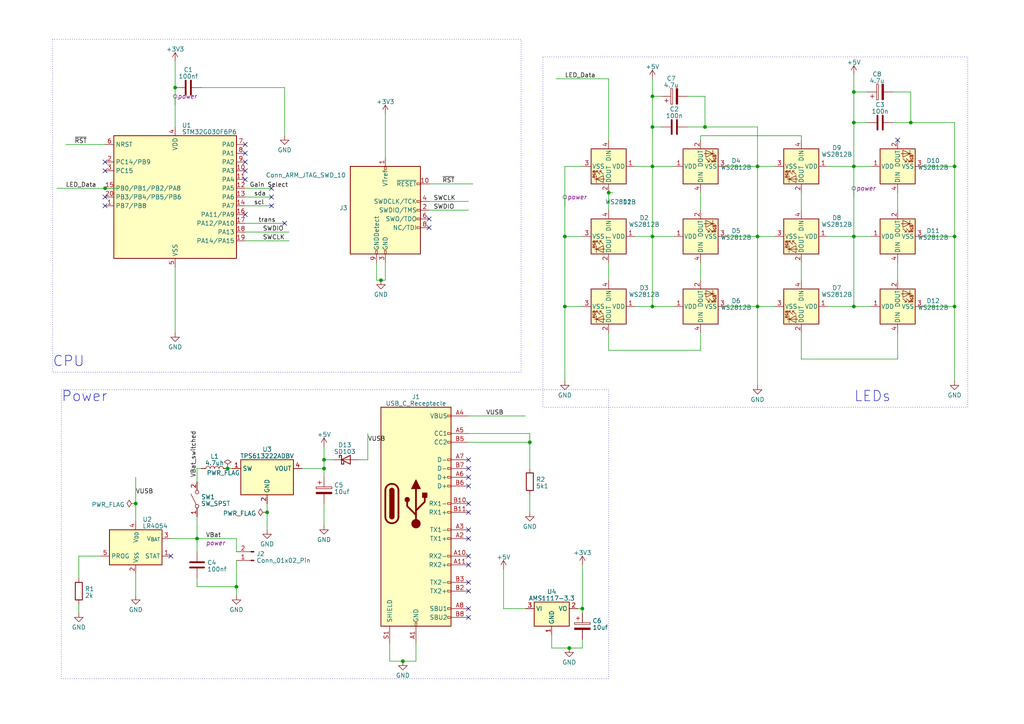
<source format=kicad_sch>
(kicad_sch (version 20230121) (generator eeschema)
  (paper "A4")
  (lib_symbols
    (symbol "Battery_Management:MCP73831-2-OT"
      (property "Reference" "U" (at -7.62 6.35 0))
      (property "Value" "MCP73831-2-OT" (at 1.27 6.35 0))
      (symbol "MCP73831-2-OT_0_1"
        (rectangle (start -7.62 5.08) (end 7.62 -5.08) (stroke (width 0.254)) (fill (type background)))
      )
      (symbol "MCP73831-2-OT_1_1"
        (pin output line (at 10.16 -2.54 180) (length 2.54) (name "STAT") (number "1"))
        (pin power_in line (at 0 -7.62 90) (length 2.54) (name "V_{SS}") (number "2"))
        (pin power_out line (at 10.16 2.54 180) (length 2.54) (name "V_{BAT}") (number "3"))
        (pin power_in line (at 0 7.62 270) (length 2.54) (name "V_{DD}") (number "4"))
        (pin input line (at -10.16 -2.54 0) (length 2.54) (name "PROG") (number "5"))
      )
    )
    (symbol "Connector:Conn_01x02_Pin" (pin_names (offset 1.016) hide)
      (property "Reference" "J" (at 0 2.54 0))
      (property "Value" "Conn_01x02_Pin" (at 0 -5.08 0))
      (symbol "Conn_01x02_Pin_1_1"
        (polyline (pts (xy 1.27 -2.54) (xy 0.8636 -2.54)) (stroke (width 0.1524)))
        (polyline (pts (xy 1.27 0) (xy 0.8636 0)) (stroke (width 0.1524)))
        (rectangle (start 0.8636 -2.413) (end 0 -2.667) (stroke (width 0.1524)) (fill (type outline)))
        (rectangle (start 0.8636 0.127) (end 0 -0.127) (stroke (width 0.1524)) (fill (type outline)))
        (pin passive line (at 5.08 0 180) (length 3.81) (name "Pin_1") (number "1"))
        (pin passive line (at 5.08 -2.54 180) (length 3.81) (name "Pin_2") (number "2"))
      )
    )
    (symbol "Connector:Conn_ARM_JTAG_SWD_10" (pin_names (offset 1.016))
      (property "Reference" "J" (at -2.54 16.51 0))
      (property "Value" "Conn_ARM_JTAG_SWD_10" (at -2.54 13.97 0))
      (symbol "Conn_ARM_JTAG_SWD_10_0_1"
        (rectangle (start -10.16 12.7) (end 10.16 -12.7) (stroke (width 0.254)) (fill (type background)))
        (rectangle (start -2.794 -12.7) (end -2.286 -11.684))
        (rectangle (start -0.254 -12.7) (end 0.254 -11.684))
        (rectangle (start -0.254 12.7) (end 0.254 11.684))
        (rectangle (start 9.144 2.286) (end 10.16 2.794))
        (rectangle (start 10.16 -2.794) (end 9.144 -2.286))
        (rectangle (start 10.16 -0.254) (end 9.144 0.254))
        (rectangle (start 10.16 7.874) (end 9.144 7.366))
      )
      (symbol "Conn_ARM_JTAG_SWD_10_1_1"
        (rectangle (start 9.144 -5.334) (end 10.16 -4.826))
        (pin power_in line (at 0 15.24 270) (length 2.54) (name "VTref") (number "1"))
        (pin open_collector line (at 12.7 7.62 180) (length 2.54) (name "~{RESET}") (number "10"))
        (pin bidirectional line (at 12.7 0 180) (length 2.54) (name "SWDIO/TMS") (number "2"))
        (pin power_in line (at 0 -15.24 90) (length 2.54) (name "GND") (number "3"))
        (pin output line (at 12.7 2.54 180) (length 2.54) (name "SWDCLK/TCK") (number "4"))
        (pin passive line (at 0 -15.24 90) (length 2.54) hide (name "GND") (number "5"))
        (pin input line (at 12.7 -2.54 180) (length 2.54) (name "SWO/TDO") (number "6"))
        (pin no_connect line (at -10.16 0 0) (length 2.54) hide (name "KEY") (number "7"))
        (pin output line (at 12.7 -5.08 180) (length 2.54) (name "NC/TDI") (number "8"))
        (pin passive line (at -2.54 -15.24 90) (length 2.54) (name "GNDDetect") (number "9"))
      )
    )
    (symbol "Connector:USB_C_Receptacle" (pin_names (offset 1.016))
      (property "Reference" "J" (at -10.16 29.21 0))
      (property "Value" "USB_C_Receptacle" (at 10.16 29.21 0))
      (symbol "USB_C_Receptacle_0_0"
        (rectangle (start -0.254 -35.56) (end 0.254 -34.544))
        (rectangle (start 10.16 -32.766) (end 9.144 -33.274))
        (rectangle (start 10.16 -30.226) (end 9.144 -30.734))
        (rectangle (start 10.16 -25.146) (end 9.144 -25.654))
        (rectangle (start 10.16 -22.606) (end 9.144 -23.114))
        (rectangle (start 10.16 -17.526) (end 9.144 -18.034))
        (rectangle (start 10.16 -14.986) (end 9.144 -15.494))
        (rectangle (start 10.16 -9.906) (end 9.144 -10.414))
        (rectangle (start 10.16 -7.366) (end 9.144 -7.874))
        (rectangle (start 10.16 -2.286) (end 9.144 -2.794))
        (rectangle (start 10.16 0.254) (end 9.144 -0.254))
        (rectangle (start 10.16 5.334) (end 9.144 4.826))
        (rectangle (start 10.16 7.874) (end 9.144 7.366))
        (rectangle (start 10.16 10.414) (end 9.144 9.906))
        (rectangle (start 10.16 12.954) (end 9.144 12.446))
        (rectangle (start 10.16 18.034) (end 9.144 17.526))
        (rectangle (start 10.16 20.574) (end 9.144 20.066))
        (rectangle (start 10.16 25.654) (end 9.144 25.146))
      )
      (symbol "USB_C_Receptacle_0_1"
        (rectangle (start -10.16 27.94) (end 10.16 -35.56) (stroke (width 0.254)) (fill (type background)))
        (arc (start -8.89 -3.81) (mid -6.985 -5.7067) (end -5.08 -3.81) (stroke (width 0.508)))
        (arc (start -7.62 -3.81) (mid -6.985 -4.4423) (end -6.35 -3.81) (stroke (width 0.254)))
        (arc (start -7.62 -3.81) (mid -6.985 -4.4423) (end -6.35 -3.81) (stroke (width 0.254)) (fill (type outline)))
        (rectangle (start -7.62 -3.81) (end -6.35 3.81) (stroke (width 0.254)) (fill (type outline)))
        (arc (start -6.35 3.81) (mid -6.985 4.4423) (end -7.62 3.81) (stroke (width 0.254)))
        (arc (start -6.35 3.81) (mid -6.985 4.4423) (end -7.62 3.81) (stroke (width 0.254)) (fill (type outline)))
        (arc (start -5.08 3.81) (mid -6.985 5.7067) (end -8.89 3.81) (stroke (width 0.508)))
        (polyline (pts (xy -8.89 -3.81) (xy -8.89 3.81)) (stroke (width 0.508)))
        (polyline (pts (xy -5.08 3.81) (xy -5.08 -3.81)) (stroke (width 0.508)))
      )
      (symbol "USB_C_Receptacle_1_1"
        (circle (center -2.54 1.143) (radius 0.635) (stroke (width 0.254)) (fill (type outline)))
        (circle (center 0 -5.842) (radius 1.27) (fill (type outline)))
        (polyline (pts (xy 0 -5.842) (xy 0 4.318)) (stroke (width 0.508)))
        (polyline (pts (xy 0 -3.302) (xy -2.54 -0.762) (xy -2.54 0.508)) (stroke (width 0.508)))
        (polyline (pts (xy 0 -2.032) (xy 2.54 0.508) (xy 2.54 1.778)) (stroke (width 0.508)))
        (polyline (pts (xy -1.27 4.318) (xy 0 6.858) (xy 1.27 4.318) (xy -1.27 4.318)) (stroke (width 0.254)) (fill (type outline)))
        (rectangle (start 1.905 1.778) (end 3.175 3.048) (stroke (width 0.254)) (fill (type outline)))
        (pin passive line (at 0 -40.64 90) (length 5.08) (name "GND") (number "A1"))
        (pin bidirectional line (at 15.24 -15.24 180) (length 5.08) (name "RX2-") (number "A10"))
        (pin bidirectional line (at 15.24 -17.78 180) (length 5.08) (name "RX2+") (number "A11"))
        (pin passive line (at 0 -40.64 90) (length 5.08) hide (name "GND") (number "A12"))
        (pin bidirectional line (at 15.24 -10.16 180) (length 5.08) (name "TX1+") (number "A2"))
        (pin bidirectional line (at 15.24 -7.62 180) (length 5.08) (name "TX1-") (number "A3"))
        (pin passive line (at 15.24 25.4 180) (length 5.08) (name "VBUS") (number "A4"))
        (pin bidirectional line (at 15.24 20.32 180) (length 5.08) (name "CC1") (number "A5"))
        (pin bidirectional line (at 15.24 7.62 180) (length 5.08) (name "D+") (number "A6"))
        (pin bidirectional line (at 15.24 12.7 180) (length 5.08) (name "D-") (number "A7"))
        (pin bidirectional line (at 15.24 -30.48 180) (length 5.08) (name "SBU1") (number "A8"))
        (pin passive line (at 15.24 25.4 180) (length 5.08) hide (name "VBUS") (number "A9"))
        (pin passive line (at 0 -40.64 90) (length 5.08) hide (name "GND") (number "B1"))
        (pin bidirectional line (at 15.24 0 180) (length 5.08) (name "RX1-") (number "B10"))
        (pin bidirectional line (at 15.24 -2.54 180) (length 5.08) (name "RX1+") (number "B11"))
        (pin passive line (at 0 -40.64 90) (length 5.08) hide (name "GND") (number "B12"))
        (pin bidirectional line (at 15.24 -25.4 180) (length 5.08) (name "TX2+") (number "B2"))
        (pin bidirectional line (at 15.24 -22.86 180) (length 5.08) (name "TX2-") (number "B3"))
        (pin passive line (at 15.24 25.4 180) (length 5.08) hide (name "VBUS") (number "B4"))
        (pin bidirectional line (at 15.24 17.78 180) (length 5.08) (name "CC2") (number "B5"))
        (pin bidirectional line (at 15.24 5.08 180) (length 5.08) (name "D+") (number "B6"))
        (pin bidirectional line (at 15.24 10.16 180) (length 5.08) (name "D-") (number "B7"))
        (pin bidirectional line (at 15.24 -33.02 180) (length 5.08) (name "SBU2") (number "B8"))
        (pin passive line (at 15.24 25.4 180) (length 5.08) hide (name "VBUS") (number "B9"))
        (pin passive line (at -7.62 -40.64 90) (length 5.08) (name "SHIELD") (number "S1"))
      )
    )
    (symbol "Device:C" (pin_numbers hide) (pin_names (offset 0.254))
      (property "Reference" "C" (at 0.635 2.54 0))
      (property "Value" "C" (at 0.635 -2.54 0))
      (symbol "C_0_1"
        (polyline (pts (xy -2.032 -0.762) (xy 2.032 -0.762)) (stroke (width 0.508)))
        (polyline (pts (xy -2.032 0.762) (xy 2.032 0.762)) (stroke (width 0.508)))
      )
      (symbol "C_1_1"
        (pin passive line (at 0 3.81 270) (length 2.794) (name "~") (number "1"))
        (pin passive line (at 0 -3.81 90) (length 2.794) (name "~") (number "2"))
      )
    )
    (symbol "Device:C_Polarized" (pin_numbers hide) (pin_names (offset 0.254))
      (property "Reference" "C" (at 0.635 2.54 0))
      (property "Value" "C_Polarized" (at 0.635 -2.54 0))
      (symbol "C_Polarized_0_1"
        (rectangle (start -2.286 0.508) (end 2.286 1.016))
        (polyline (pts (xy -1.778 2.286) (xy -0.762 2.286)))
        (polyline (pts (xy -1.27 2.794) (xy -1.27 1.778)))
        (rectangle (start 2.286 -0.508) (end -2.286 -1.016) (fill (type outline)))
      )
      (symbol "C_Polarized_1_1"
        (pin passive line (at 0 3.81 270) (length 2.794) (name "~") (number "1"))
        (pin passive line (at 0 -3.81 90) (length 2.794) (name "~") (number "2"))
      )
    )
    (symbol "Device:D_Schottky" (pin_numbers hide) (pin_names (offset 1.016) hide)
      (property "Reference" "D" (at 0 2.54 0))
      (property "Value" "D_Schottky" (at 0 -2.54 0))
      (symbol "D_Schottky_0_1"
        (polyline (pts (xy 1.27 0) (xy -1.27 0)))
        (polyline (pts (xy 1.27 1.27) (xy 1.27 -1.27) (xy -1.27 0) (xy 1.27 1.27)) (stroke (width 0.254)))
        (polyline (pts (xy -1.905 0.635) (xy -1.905 1.27) (xy -1.27 1.27) (xy -1.27 -1.27) (xy -0.635 -1.27) (xy -0.635 -0.635)) (stroke (width 0.254)))
      )
      (symbol "D_Schottky_1_1"
        (pin passive line (at -3.81 0 0) (length 2.54) (name "K") (number "1"))
        (pin passive line (at 3.81 0 180) (length 2.54) (name "A") (number "2"))
      )
    )
    (symbol "Device:L" (pin_numbers hide) (pin_names (offset 1.016) hide)
      (property "Reference" "L" (at -1.27 0 90))
      (property "Value" "L" (at 1.905 0 90))
      (symbol "L_0_1"
        (arc (start 0 -2.54) (mid 0.6323 -1.905) (end 0 -1.27))
        (arc (start 0 -1.27) (mid 0.6323 -0.635) (end 0 0))
        (arc (start 0 0) (mid 0.6323 0.635) (end 0 1.27))
        (arc (start 0 1.27) (mid 0.6323 1.905) (end 0 2.54))
      )
      (symbol "L_1_1"
        (pin passive line (at 0 3.81 270) (length 1.27) (name "1") (number "1"))
        (pin passive line (at 0 -3.81 90) (length 1.27) (name "2") (number "2"))
      )
    )
    (symbol "Device:R" (pin_numbers hide) (pin_names (offset 0))
      (property "Reference" "R" (at 2.032 0 90))
      (property "Value" "R" (at 0 0 90))
      (symbol "R_0_1"
        (rectangle (start -1.016 -2.54) (end 1.016 2.54) (stroke (width 0.254)))
      )
      (symbol "R_1_1"
        (pin passive line (at 0 3.81 270) (length 1.27) (name "~") (number "1"))
        (pin passive line (at 0 -3.81 90) (length 1.27) (name "~") (number "2"))
      )
    )
    (symbol "LED:WS2812B" (pin_names (offset 0.254))
      (property "Reference" "D" (at 5.08 5.715 0))
      (property "Value" "WS2812B" (at 1.27 -5.715 0))
      (symbol "WS2812B_0_0"
        (text "RGB" (at 2.286 -4.191 0) (effects (font (size 0.762 0.762))))
      )
      (symbol "WS2812B_0_1"
        (polyline (pts (xy 1.27 -3.556) (xy 1.778 -3.556)))
        (polyline (pts (xy 1.27 -2.54) (xy 1.778 -2.54)))
        (polyline (pts (xy 4.699 -3.556) (xy 2.667 -3.556)))
        (polyline (pts (xy 2.286 -2.54) (xy 1.27 -3.556) (xy 1.27 -3.048)))
        (polyline (pts (xy 2.286 -1.524) (xy 1.27 -2.54) (xy 1.27 -2.032)))
        (polyline (pts (xy 3.683 -1.016) (xy 3.683 -3.556) (xy 3.683 -4.064)))
        (polyline (pts (xy 4.699 -1.524) (xy 2.667 -1.524) (xy 3.683 -3.556) (xy 4.699 -1.524)))
        (rectangle (start 5.08 5.08) (end -5.08 -5.08) (stroke (width 0.254)) (fill (type background)))
      )
      (symbol "WS2812B_1_1"
        (pin power_in line (at 0 7.62 270) (length 2.54) (name "VDD") (number "1"))
        (pin output line (at 7.62 0 180) (length 2.54) (name "DOUT") (number "2"))
        (pin power_in line (at 0 -7.62 90) (length 2.54) (name "VSS") (number "3"))
        (pin input line (at -7.62 0 0) (length 2.54) (name "DIN") (number "4"))
      )
    )
    (symbol "MCU_ST_STM32G0:STM32G030F6Px"
      (property "Reference" "U" (at -17.78 19.05 0))
      (property "Value" "STM32G030F6Px" (at 2.54 19.05 0))
      (symbol "STM32G030F6Px_0_1"
        (rectangle (start -17.78 -17.78) (end 17.78 17.78) (stroke (width 0.254)) (fill (type background)))
      )
      (symbol "STM32G030F6Px_1_1"
        (pin bidirectional line (at -20.32 -2.54 0) (length 2.54) (name "PB7/PB8") (number "1"))
        (pin bidirectional line (at 20.32 7.62 180) (length 2.54) (name "PA3") (number "10"))
        (pin bidirectional line (at 20.32 5.08 180) (length 2.54) (name "PA4") (number "11"))
        (pin bidirectional line (at 20.32 2.54 180) (length 2.54) (name "PA5") (number "12"))
        (pin bidirectional line (at 20.32 0 180) (length 2.54) (name "PA6") (number "13"))
        (pin bidirectional line (at 20.32 -2.54 180) (length 2.54) (name "PA7") (number "14"))
        (pin bidirectional line (at -20.32 2.54 0) (length 2.54) (name "PB0/PB1/PB2/PA8") (number "15"))
        (pin bidirectional line (at 20.32 -5.08 180) (length 2.54) (name "PA11/PA9") (number "16"))
        (pin bidirectional line (at 20.32 -7.62 180) (length 2.54) (name "PA12/PA10") (number "17"))
        (pin bidirectional line (at 20.32 -10.16 180) (length 2.54) (name "PA13") (number "18"))
        (pin bidirectional line (at 20.32 -12.7 180) (length 2.54) (name "PA14/PA15") (number "19"))
        (pin bidirectional line (at -20.32 10.16 0) (length 2.54) (name "PC14/PB9") (number "2"))
        (pin bidirectional line (at -20.32 0 0) (length 2.54) (name "PB3/PB4/PB5/PB6") (number "20"))
        (pin bidirectional line (at -20.32 7.62 0) (length 2.54) (name "PC15") (number "3"))
        (pin power_in line (at 0 20.32 270) (length 2.54) (name "VDD") (number "4"))
        (pin power_in line (at 0 -20.32 90) (length 2.54) (name "VSS") (number "5"))
        (pin input line (at -20.32 15.24 0) (length 2.54) (name "NRST") (number "6"))
        (pin bidirectional line (at 20.32 15.24 180) (length 2.54) (name "PA0") (number "7"))
        (pin bidirectional line (at 20.32 12.7 180) (length 2.54) (name "PA1") (number "8"))
        (pin bidirectional line (at 20.32 10.16 180) (length 2.54) (name "PA2") (number "9"))
      )
    )
    (symbol "Regulator_Linear:AMS1117-3.3"
      (property "Reference" "U" (at -3.81 3.175 0))
      (property "Value" "AMS1117-3.3" (at 0 3.175 0))
      (symbol "AMS1117-3.3_0_1"
        (rectangle (start -5.08 -5.08) (end 5.08 1.905) (stroke (width 0.254)) (fill (type background)))
      )
      (symbol "AMS1117-3.3_1_1"
        (pin power_in line (at 0 -7.62 90) (length 2.54) (name "GND") (number "1"))
        (pin power_out line (at 7.62 0 180) (length 2.54) (name "VO") (number "2"))
        (pin power_in line (at -7.62 0 0) (length 2.54) (name "VI") (number "3"))
      )
    )
    (symbol "Regulator_Switching:TPS613222ADBV"
      (property "Reference" "U" (at -7.62 6.35 0))
      (property "Value" "TPS613222ADBV" (at 2.54 6.35 0))
      (symbol "TPS613222ADBV_0_1"
        (rectangle (start -7.62 5.08) (end 7.62 -5.08) (stroke (width 0.254)) (fill (type background)))
      )
      (symbol "TPS613222ADBV_1_1"
        (pin power_in line (at -10.16 2.54 0) (length 2.54) (name "SW") (number "1"))
        (pin power_in line (at 0 -7.62 90) (length 2.54) (name "GND") (number "2"))
        (pin no_connect line (at -7.62 -2.54 0) (length 2.54) hide (name "NC") (number "3"))
        (pin power_out line (at 10.16 2.54 180) (length 2.54) (name "VOUT") (number "4"))
        (pin no_connect line (at 7.62 -2.54 180) (length 2.54) hide (name "NC") (number "5"))
      )
    )
    (symbol "Switch:SW_SPST" (pin_names (offset 0) hide)
      (property "Reference" "SW" (at 0 3.175 0))
      (property "Value" "SW_SPST" (at 0 -2.54 0))
      (symbol "SW_SPST_0_0"
        (circle (center -2.032 0) (radius 0.508))
        (polyline (pts (xy -1.524 0.254) (xy 1.524 1.778)))
        (circle (center 2.032 0) (radius 0.508))
      )
      (symbol "SW_SPST_1_1"
        (pin passive line (at -5.08 0 0) (length 2.54) (name "A") (number "1"))
        (pin passive line (at 5.08 0 180) (length 2.54) (name "B") (number "2"))
      )
    )
    (symbol "power:+3V3" (power) (pin_names (offset 0))
      (property "Value" "+3V3" (at 0 3.556 0))
      (symbol "+3V3_0_1"
        (polyline (pts (xy -0.762 1.27) (xy 0 2.54)))
        (polyline (pts (xy 0 0) (xy 0 2.54)))
        (polyline (pts (xy 0 2.54) (xy 0.762 1.27)))
      )
      (symbol "+3V3_1_1"
        (pin power_in line (at 0 0 90) (length 0) hide (name "+3V3") (number "1"))
      )
    )
    (symbol "power:+5V" (power) (pin_names (offset 0))
      (property "Value" "+5V" (at 0 3.556 0))
      (symbol "+5V_0_1"
        (polyline (pts (xy -0.762 1.27) (xy 0 2.54)))
        (polyline (pts (xy 0 0) (xy 0 2.54)))
        (polyline (pts (xy 0 2.54) (xy 0.762 1.27)))
      )
      (symbol "+5V_1_1"
        (pin power_in line (at 0 0 90) (length 0) hide (name "+5V") (number "1"))
      )
    )
    (symbol "power:GND" (power) (pin_names (offset 0))
      (property "Value" "GND" (at 0 -3.81 0))
      (symbol "GND_0_1"
        (polyline (pts (xy 0 0) (xy 0 -1.27) (xy 1.27 -1.27) (xy 0 -2.54) (xy -1.27 -1.27) (xy 0 -1.27)))
      )
      (symbol "GND_1_1"
        (pin power_in line (at 0 0 270) (length 0) hide (name "GND") (number "1"))
      )
    )
    (symbol "power:PWR_FLAG" (power) (pin_numbers hide) (pin_names (offset 0) hide)
      (property "Value" "PWR_FLAG" (at 0 3.81 0))
      (symbol "PWR_FLAG_0_0"
        (pin power_out line (at 0 0 90) (length 0) (name "pwr") (number "1"))
      )
      (symbol "PWR_FLAG_0_1"
        (polyline (pts (xy 0 0) (xy 0 1.27) (xy -1.016 1.905) (xy 0 2.54) (xy 1.016 1.905) (xy 0 1.27)))
      )
    )
  )
  (junction (at 204.47 36.83))
  (junction (at 189.23 36.83))
  (junction (at 219.71 48.26))
  (junction (at 153.67 128.27))
  (junction (at 68.58 170.18))
  (junction (at 165.1 187.96))
  (junction (at 39.37 146.05))
  (junction (at 189.23 88.9))
  (junction (at 247.65 88.9))
  (junction (at 189.23 68.58))
  (junction (at 93.98 135.89))
  (junction (at 189.23 27.94))
  (junction (at 219.71 88.9))
  (junction (at 276.86 88.9))
  (junction (at 93.98 133.35))
  (junction (at 163.83 68.58))
  (junction (at 110.49 81.28))
  (junction (at 168.91 176.53))
  (junction (at 247.65 35.56))
  (junction (at 276.86 48.26))
  (junction (at 30.48 54.61))
  (junction (at 189.23 48.26))
  (junction (at 57.15 156.21))
  (junction (at 66.04 135.89))
  (junction (at 219.71 68.58))
  (junction (at 50.8 25.4))
  (junction (at 163.83 88.9))
  (junction (at 264.16 35.56))
  (junction (at 77.47 148.59))
  (junction (at 116.84 191.77))
  (junction (at 247.65 68.58))
  (junction (at 176.53 55.88))
  (junction (at 247.65 48.26))
  (junction (at 276.86 68.58))
  (junction (at 247.65 26.67))
  (no_connect (at 78.74 57.15))
  (no_connect (at 49.53 161.29))
  (no_connect (at 71.12 49.53))
  (no_connect (at 260.35 40.64))
  (no_connect (at 30.48 59.69))
  (no_connect (at 78.74 54.61))
  (no_connect (at 71.12 44.45))
  (no_connect (at 135.89 156.21))
  (no_connect (at 135.89 171.45))
  (no_connect (at 30.48 49.53))
  (no_connect (at 135.89 148.59))
  (no_connect (at 30.48 46.99))
  (no_connect (at 30.48 57.15))
  (no_connect (at 135.89 146.05))
  (no_connect (at 78.74 59.69))
  (no_connect (at 135.89 153.67))
  (no_connect (at 71.12 52.07))
  (no_connect (at 135.89 140.97))
  (no_connect (at 135.89 135.89))
  (no_connect (at 71.12 62.23))
  (no_connect (at 135.89 176.53))
  (no_connect (at 124.46 63.5))
  (no_connect (at 135.89 161.29))
  (no_connect (at 71.12 41.91))
  (no_connect (at 135.89 133.35))
  (no_connect (at 135.89 168.91))
  (no_connect (at 82.55 64.77))
  (no_connect (at 135.89 163.83))
  (no_connect (at 135.89 138.43))
  (no_connect (at 135.89 179.07))
  (no_connect (at 124.46 66.04))
  (no_connect (at 71.12 46.99))
  (wire (pts (xy 210.82 88.9) (xy 219.71 88.9)))
  (wire (pts (xy 247.65 88.9) (xy 252.73 88.9)))
  (wire (pts (xy 259.08 35.56) (xy 264.16 35.56)))
  (wire (pts (xy 176.53 55.88) (xy 176.53 60.96)))
  (wire (pts (xy 247.65 26.67) (xy 247.65 35.56)))
  (wire (pts (xy 219.71 68.58) (xy 224.79 68.58)))
  (wire (pts (xy 111.76 33.02) (xy 111.76 45.72)))
  (wire (pts (xy 93.98 133.35) (xy 93.98 135.89)))
  (wire (pts (xy 232.41 39.37) (xy 232.41 40.64)))
  (wire (pts (xy 57.15 135.89) (xy 58.42 135.89)))
  (wire (pts (xy 153.67 128.27) (xy 153.67 135.89)))
  (wire (pts (xy 93.98 135.89) (xy 93.98 138.43)))
  (wire (pts (xy 219.71 88.9) (xy 219.71 111.76)))
  (wire (pts (xy 82.55 25.4) (xy 82.55 39.37)))
  (wire (pts (xy 163.83 88.9) (xy 168.91 88.9)))
  (wire (pts (xy 16.51 54.61) (xy 30.48 54.61)))
  (wire (pts (xy 50.8 25.4) (xy 50.8 36.83)))
  (wire (pts (xy 152.4 176.53) (xy 146.05 176.53)))
  (wire (pts (xy 184.15 48.26) (xy 189.23 48.26)))
  (wire (pts (xy 210.82 48.26) (xy 219.71 48.26)))
  (wire (pts (xy 87.63 135.89) (xy 93.98 135.89)))
  (wire (pts (xy 176.53 76.2) (xy 176.53 81.28)))
  (wire (pts (xy 276.86 48.26) (xy 276.86 68.58)))
  (wire (pts (xy 189.23 68.58) (xy 195.58 68.58)))
  (wire (pts (xy 232.41 76.2) (xy 232.41 81.28)))
  (wire (pts (xy 168.91 176.53) (xy 168.91 163.83)))
  (wire (pts (xy 120.65 186.69) (xy 120.65 191.77)))
  (wire (pts (xy 163.83 48.26) (xy 163.83 68.58)))
  (wire (pts (xy 264.16 35.56) (xy 276.86 35.56)))
  (wire (pts (xy 232.41 55.88) (xy 232.41 60.96)))
  (wire (pts (xy 124.46 60.96) (xy 135.89 60.96)))
  (wire (pts (xy 189.23 22.86) (xy 189.23 27.94)))
  (wire (pts (xy 68.58 162.56) (xy 68.58 170.18)))
  (wire (pts (xy 93.98 129.54) (xy 93.98 133.35)))
  (wire (pts (xy 176.53 40.64) (xy 176.53 22.86)))
  (wire (pts (xy 146.05 165.1) (xy 146.05 176.53)))
  (wire (pts (xy 240.03 48.26) (xy 247.65 48.26)))
  (wire (pts (xy 71.12 57.15) (xy 78.74 57.15)))
  (wire (pts (xy 189.23 27.94) (xy 191.77 27.94)))
  (wire (pts (xy 232.41 104.14) (xy 260.35 104.14)))
  (wire (pts (xy 260.35 76.2) (xy 260.35 81.28)))
  (wire (pts (xy 264.16 26.67) (xy 264.16 35.56)))
  (wire (pts (xy 135.89 120.65) (xy 152.4 120.65)))
  (wire (pts (xy 259.08 26.67) (xy 264.16 26.67)))
  (wire (pts (xy 29.21 161.29) (xy 22.86 161.29)))
  (wire (pts (xy 124.46 58.42) (xy 135.89 58.42)))
  (wire (pts (xy 57.15 170.18) (xy 68.58 170.18)))
  (wire (pts (xy 247.65 48.26) (xy 247.65 68.58)))
  (wire (pts (xy 168.91 187.96) (xy 165.1 187.96)))
  (wire (pts (xy 247.65 21.59) (xy 247.65 26.67)))
  (wire (pts (xy 189.23 68.58) (xy 189.23 88.9)))
  (wire (pts (xy 240.03 88.9) (xy 247.65 88.9)))
  (wire (pts (xy 106.68 125.73) (xy 106.68 133.35)))
  (wire (pts (xy 267.97 48.26) (xy 276.86 48.26)))
  (wire (pts (xy 57.15 149.86) (xy 57.15 156.21)))
  (wire (pts (xy 116.84 191.77) (xy 120.65 191.77)))
  (wire (pts (xy 240.03 68.58) (xy 247.65 68.58)))
  (wire (pts (xy 267.97 68.58) (xy 276.86 68.58)))
  (wire (pts (xy 71.12 69.85) (xy 83.82 69.85)))
  (wire (pts (xy 168.91 48.26) (xy 163.83 48.26)))
  (wire (pts (xy 168.91 176.53) (xy 167.64 176.53)))
  (wire (pts (xy 210.82 68.58) (xy 219.71 68.58)))
  (wire (pts (xy 232.41 96.52) (xy 232.41 104.14)))
  (wire (pts (xy 71.12 64.77) (xy 82.55 64.77)))
  (wire (pts (xy 247.65 26.67) (xy 251.46 26.67)))
  (wire (pts (xy 160.02 187.96) (xy 160.02 184.15)))
  (wire (pts (xy 39.37 166.37) (xy 39.37 172.72)))
  (wire (pts (xy 199.39 27.94) (xy 204.47 27.94)))
  (wire (pts (xy 184.15 68.58) (xy 189.23 68.58)))
  (wire (pts (xy 57.15 156.21) (xy 68.58 156.21)))
  (wire (pts (xy 276.86 88.9) (xy 276.86 110.49)))
  (wire (pts (xy 219.71 88.9) (xy 224.79 88.9)))
  (wire (pts (xy 135.89 125.73) (xy 153.67 125.73)))
  (wire (pts (xy 111.76 76.2) (xy 111.76 81.28)))
  (wire (pts (xy 168.91 176.53) (xy 168.91 177.8)))
  (wire (pts (xy 163.83 68.58) (xy 163.83 88.9)))
  (wire (pts (xy 203.2 39.37) (xy 232.41 39.37)))
  (wire (pts (xy 247.65 68.58) (xy 247.65 88.9)))
  (wire (pts (xy 203.2 40.64) (xy 203.2 39.37)))
  (wire (pts (xy 189.23 88.9) (xy 195.58 88.9)))
  (wire (pts (xy 163.83 68.58) (xy 168.91 68.58)))
  (wire (pts (xy 71.12 59.69) (xy 78.74 59.69)))
  (wire (pts (xy 66.04 135.89) (xy 67.31 135.89)))
  (wire (pts (xy 34.29 54.61) (xy 30.48 54.61)))
  (wire (pts (xy 204.47 36.83) (xy 219.71 36.83)))
  (wire (pts (xy 260.35 60.96) (xy 260.35 55.88)))
  (wire (pts (xy 176.53 101.6) (xy 203.2 101.6)))
  (wire (pts (xy 22.86 175.26) (xy 22.86 177.8)))
  (wire (pts (xy 203.2 101.6) (xy 203.2 96.52)))
  (wire (pts (xy 177.8 55.88) (xy 176.53 55.88)))
  (wire (pts (xy 109.22 81.28) (xy 110.49 81.28)))
  (wire (pts (xy 93.98 133.35) (xy 96.52 133.35)))
  (wire (pts (xy 189.23 48.26) (xy 195.58 48.26)))
  (wire (pts (xy 104.14 133.35) (xy 106.68 133.35)))
  (wire (pts (xy 199.39 36.83) (xy 204.47 36.83)))
  (wire (pts (xy 247.65 68.58) (xy 252.73 68.58)))
  (wire (pts (xy 110.49 81.28) (xy 111.76 81.28)))
  (wire (pts (xy 204.47 27.94) (xy 204.47 36.83)))
  (wire (pts (xy 124.46 53.34) (xy 137.16 53.34)))
  (wire (pts (xy 267.97 88.9) (xy 276.86 88.9)))
  (wire (pts (xy 57.15 156.21) (xy 57.15 160.02)))
  (wire (pts (xy 189.23 48.26) (xy 189.23 68.58)))
  (wire (pts (xy 39.37 146.05) (xy 39.37 151.13)))
  (wire (pts (xy 184.15 88.9) (xy 189.23 88.9)))
  (wire (pts (xy 153.67 125.73) (xy 153.67 128.27)))
  (wire (pts (xy 276.86 35.56) (xy 276.86 48.26)))
  (wire (pts (xy 50.8 17.78) (xy 50.8 25.4)))
  (wire (pts (xy 22.86 161.29) (xy 22.86 167.64)))
  (wire (pts (xy 247.65 35.56) (xy 251.46 35.56)))
  (wire (pts (xy 219.71 48.26) (xy 224.79 48.26)))
  (wire (pts (xy 113.03 186.69) (xy 113.03 191.77)))
  (wire (pts (xy 50.8 77.47) (xy 50.8 96.52)))
  (wire (pts (xy 57.15 135.89) (xy 57.15 139.7)))
  (wire (pts (xy 77.47 146.05) (xy 77.47 148.59)))
  (wire (pts (xy 203.2 81.28) (xy 203.2 76.2)))
  (wire (pts (xy 93.98 146.05) (xy 93.98 152.4)))
  (wire (pts (xy 219.71 68.58) (xy 219.71 88.9)))
  (wire (pts (xy 276.86 68.58) (xy 276.86 88.9)))
  (wire (pts (xy 247.65 35.56) (xy 247.65 48.26)))
  (wire (pts (xy 219.71 36.83) (xy 219.71 48.26)))
  (wire (pts (xy 163.83 88.9) (xy 163.83 110.49)))
  (wire (pts (xy 189.23 36.83) (xy 191.77 36.83)))
  (wire (pts (xy 71.12 67.31) (xy 83.82 67.31)))
  (wire (pts (xy 153.67 143.51) (xy 153.67 148.59)))
  (wire (pts (xy 58.42 25.4) (xy 82.55 25.4)))
  (wire (pts (xy 260.35 104.14) (xy 260.35 96.52)))
  (wire (pts (xy 19.05 41.91) (xy 30.48 41.91)))
  (wire (pts (xy 71.12 54.61) (xy 78.74 54.61)))
  (wire (pts (xy 247.65 48.26) (xy 252.73 48.26)))
  (wire (pts (xy 189.23 36.83) (xy 189.23 48.26)))
  (wire (pts (xy 68.58 156.21) (xy 68.58 160.02)))
  (wire (pts (xy 135.89 128.27) (xy 153.67 128.27)))
  (wire (pts (xy 49.53 156.21) (xy 57.15 156.21)))
  (wire (pts (xy 77.47 148.59) (xy 77.47 153.67)))
  (wire (pts (xy 161.29 22.86) (xy 176.53 22.86)))
  (wire (pts (xy 68.58 170.18) (xy 68.58 172.72)))
  (wire (pts (xy 39.37 138.43) (xy 39.37 146.05)))
  (wire (pts (xy 168.91 185.42) (xy 168.91 187.96)))
  (wire (pts (xy 109.22 76.2) (xy 109.22 81.28)))
  (wire (pts (xy 165.1 187.96) (xy 160.02 187.96)))
  (wire (pts (xy 189.23 27.94) (xy 189.23 36.83)))
  (wire (pts (xy 113.03 191.77) (xy 116.84 191.77)))
  (wire (pts (xy 57.15 167.64) (xy 57.15 170.18)))
  (wire (pts (xy 203.2 55.88) (xy 203.2 60.96)))
  (wire (pts (xy 176.53 96.52) (xy 176.53 101.6)))
  (wire (pts (xy 219.71 48.26) (xy 219.71 68.58)))
  (rectangle (start 157.48 16.51) (end 280.67 118.11) (stroke (width 0) (type dot)))
  (rectangle (start 15.24 11.43) (end 151.13 107.95) (stroke (width 0) (type dot)))
  (rectangle (start 17.78 113.03) (end 176.53 196.85) (stroke (width 0) (type dot)))
  (text "Power" (at 17.78 116.84 0) (effects (font (size 3 3)) (justify left bottom)))
  (text "CPU" (at 15.24 106.68 0) (effects (font (size 3 3)) (justify left bottom)))
  (text "LEDs" (at 247.65 116.84 0) (effects (font (size 3 3)) (justify left bottom)))
  (label "SWDIO" (at 125.73 60.96 0))
  (label "VUSB" (at 140.97 120.65 0))
  (label "SWCLK" (at 125.73 58.42 0))
  (label "~{RST}" (at 128.27 53.34 0))
  (label "Gain Select" (at 72.39 54.61 0))
  (label "~{RST}" (at 21.59 41.91 0))
  (label "LED_Data" (at 19.05 54.61 0))
  (label "LED_Data" (at 163.83 22.86 0))
  (label "scl" (at 73.66 59.69 0))
  (label "sda" (at 73.66 57.15 0))
  (label "trans" (at 74.93 64.77 0))
  (label "VBat_switched" (at 57.15 138.43 90))
  (label "VUSB" (at 39.37 143.51 0))
  (label "SWCLK" (at 76.2 69.85 0))
  (label "VBat" (at 59.69 156.21 0) (property "Netclass" "power" (at 59.69 157.48 0) (effects (font italic) (justify left))))
  (label "SWDIO" (at 76.2 67.31 0))
  (label "VUSB" (at 106.68 128.27 0))
  (netclass_flag "" (length 2.54) (shape round) (at 163.83 59.69 0) (property "Netclass" "power" (at 164.5285 57.15 0) (effects (font italic) (justify left))))
  (netclass_flag "" (length 2.54) (shape round) (at 247.65 57.15 0) (property "Netclass" "power" (at 248.3485 54.61 0) (effects (font italic) (justify left))))
  (netclass_flag "" (length 2.54) (shape round) (at 50.8 30.48 0) (property "Netclass" "power" (at 51.4985 27.94 0) (effects (font italic) (justify left))))
  (symbol (lib_id "power:GND") (at 116.84 191.77 0) (unit 1)
    (property "Reference" "#PWR011" (effects hide))
    (property "Value" "GND" (at 116.84 195.9055 0))
  )
  (symbol (lib_id "power:GND") (at 77.47 153.67 0) (unit 1)
    (property "Reference" "#PWR013" (effects hide))
    (property "Value" "GND" (at 77.47 157.8055 0))
  )
  (symbol (lib_id "LED:WS2812B") (at 176.53 68.58 270) (unit 1)
    (property "Reference" "D2" (at 186.8279 63.1823 90))
    (property "Value" "WS2812B" (at 186.8279 65.1033 90))
    (property "Footprint" "LED_SMD:LED_WS2812B_PLCC4_5.0x5.0mm_P3.2mm" (effects hide))
    (property "Datasheet" "https://cdn-shop.adafruit.com/datasheets/WS2812B.pdf" (effects hide))
    (property "LCSC" "C114586" (effects hide))
    (property "LCSC Part" "C114586" (effects hide))
  )
  (symbol (lib_id "power:GND") (at 93.98 152.4 0) (unit 1)
    (property "Reference" "#PWR015" (effects hide))
    (property "Value" "GND" (at 93.98 156.5355 0))
  )
  (symbol (lib_id "power:GND") (at 68.58 172.72 0) (unit 1)
    (property "Reference" "#PWR09" (effects hide))
    (property "Value" "GND" (at 68.58 176.8555 0))
  )
  (symbol (lib_id "LED:WS2812B") (at 232.41 68.58 270) (unit 1)
    (property "Reference" "D8" (at 242.7079 63.1823 90))
    (property "Value" "WS2812B" (at 242.7079 65.1033 90))
    (property "Footprint" "LED_SMD:LED_WS2812B_PLCC4_5.0x5.0mm_P3.2mm" (effects hide))
    (property "Datasheet" "https://cdn-shop.adafruit.com/datasheets/WS2812B.pdf" (effects hide))
    (property "LCSC" "C114586" (effects hide))
    (property "LCSC Part" "C114586" (effects hide))
  )
  (symbol (lib_id "Device:C") (at 255.27 35.56 90) (unit 1)
    (property "Reference" "C3" (at 255.27 30.3911 90))
    (property "Value" "100n" (at 255.27 32.3121 90))
    (property "Footprint" "Capacitor_SMD:C_0603_1608Metric" (effects hide))
  )
  (symbol (lib_id "Connector:Conn_ARM_JTAG_SWD_10") (at 111.76 60.96 0) (unit 1)
    (property "Reference" "J3" (at 100.8381 60.3163 0) (effects (justify right)))
    (property "Value" "Conn_ARM_JTAG_SWD_10" (at 100.33 50.8 0) (effects (justify right)))
    (property "Footprint" "Connector_PinHeader_1.27mm:PinHeader_2x05_P1.27mm_Vertical_SMD" (effects hide))
    (property "Datasheet" "http://infocenter.arm.com/help/topic/com.arm.doc.ddi0314h/DDI0314H_coresight_components_trm.pdf" (effects hide))
    (property "LCSC Part" "C5160761" (effects hide))
    (property "LCSC" "C5160761" (effects hide))
  )
  (symbol (lib_id "power:GND") (at 22.86 177.8 0) (unit 1)
    (property "Reference" "#PWR012" (effects hide))
    (property "Value" "GND" (at 22.86 181.9355 0))
  )
  (symbol (lib_id "power:PWR_FLAG") (at 66.04 135.89 0) (unit 1)
    (property "Reference" "#FLG02" (effects hide))
    (property "Value" "PWR_FLAG" (at 64.77 137.16 0))
  )
  (symbol (lib_id "power:+3V3") (at 168.91 163.83 0) (unit 1)
    (property "Reference" "#PWR017" (effects hide))
    (property "Value" "+3V3" (at 168.91 160.3281 0))
  )
  (symbol (lib_id "power:+5V") (at 93.98 129.54 0) (unit 1)
    (property "Reference" "#PWR014" (effects hide))
    (property "Value" "+5V" (at 93.98 126.0381 0))
  )
  (symbol (lib_id "power:PWR_FLAG") (at 39.37 146.05 90) (unit 1)
    (property "Reference" "#FLG01" (effects hide))
    (property "Value" "PWR_FLAG" (at 36.1951 146.3668 90) (effects (justify left)))
  )
  (symbol (lib_id "power:GND") (at 165.1 187.96 0) (unit 1)
    (property "Reference" "#PWR018" (effects hide))
    (property "Value" "GND" (at 165.1 192.0955 0))
  )
  (symbol (lib_id "Device:C_Polarized") (at 93.98 142.24 0) (unit 1)
    (property "Reference" "C5" (at 96.901 140.7073 0) (effects (justify left)))
    (property "Value" "10uf" (at 96.901 142.6283 0) (effects (justify left)))
    (property "Footprint" "Capacitor_SMD:CP_Elec_5x3" (effects hide))
    (property "LCSC" "C249450" (effects hide))
    (property "LCSC Part" "C249450" (effects hide))
  )
  (symbol (lib_id "LED:WS2812B") (at 232.41 88.9 270) (unit 1)
    (property "Reference" "D7" (at 242.7079 83.5023 90))
    (property "Value" "WS2812B" (at 242.7079 85.4233 90))
    (property "Footprint" "LED_SMD:LED_WS2812B_PLCC4_5.0x5.0mm_P3.2mm" (effects hide))
    (property "Datasheet" "https://cdn-shop.adafruit.com/datasheets/WS2812B.pdf" (effects hide))
    (property "LCSC" "C114586" (effects hide))
    (property "LCSC Part" "C114586" (effects hide))
  )
  (symbol (lib_id "LED:WS2812B") (at 232.41 48.26 270) (unit 1)
    (property "Reference" "D9" (at 242.7079 42.8623 90))
    (property "Value" "WS2812B" (at 242.7079 44.7833 90))
    (property "Footprint" "LED_SMD:LED_WS2812B_PLCC4_5.0x5.0mm_P3.2mm" (effects hide))
    (property "Datasheet" "https://cdn-shop.adafruit.com/datasheets/WS2812B.pdf" (effects hide))
    (property "LCSC" "C114586" (effects hide))
    (property "LCSC Part" "C114586" (effects hide))
  )
  (symbol (lib_id "LED:WS2812B") (at 260.35 88.9 90) (unit 1)
    (property "Reference" "D12" (at 270.6479 87.2617 90))
    (property "Value" "WS2812B" (at 270.6479 89.1827 90))
    (property "Footprint" "LED_SMD:LED_WS2812B_PLCC4_5.0x5.0mm_P3.2mm" (effects hide))
    (property "Datasheet" "https://cdn-shop.adafruit.com/datasheets/WS2812B.pdf" (effects hide))
    (property "LCSC" "C114586" (effects hide))
    (property "LCSC Part" "C114586" (effects hide))
  )
  (symbol (lib_id "power:GND") (at 39.37 172.72 0) (unit 1)
    (property "Reference" "#PWR010" (effects hide))
    (property "Value" "GND" (at 39.37 176.8555 0))
  )
  (symbol (lib_id "power:PWR_FLAG") (at 77.47 148.59 90) (unit 1)
    (property "Reference" "#FLG03" (effects hide))
    (property "Value" "PWR_FLAG" (at 74.2951 148.9068 90) (effects (justify left)))
  )
  (symbol (lib_id "power:GND") (at 219.71 111.76 0) (unit 1)
    (property "Reference" "#PWR04" (effects hide))
    (property "Value" "GND" (at 219.71 115.8955 0))
  )
  (symbol (lib_id "Device:C") (at 54.61 25.4 90) (unit 1)
    (property "Reference" "C1" (at 54.61 20.2311 90))
    (property "Value" "100nf" (at 54.61 22.1521 90))
    (property "Footprint" "Capacitor_SMD:C_0603_1608Metric" (effects hide))
  )
  (symbol (lib_id "Regulator_Linear:AMS1117-3.3") (at 160.02 176.53 0) (unit 1)
    (property "Reference" "U4" (at 160.02 171.6151 0))
    (property "Value" "AMS1117-3.3" (at 160.02 173.5361 0))
    (property "Footprint" "Package_TO_SOT_SMD:SOT-89-3" (effects hide))
    (property "Datasheet" "http://www.advanced-monolithic.com/pdf/ds1117.pdf" (effects hide))
    (property "LCSC Part" "C2904742" (effects hide))
  )
  (symbol (lib_id "LED:WS2812B") (at 176.53 88.9 270) (unit 1)
    (property "Reference" "D3" (at 186.8279 83.5023 90))
    (property "Value" "WS2812B" (at 186.8279 85.4233 90))
    (property "Footprint" "LED_SMD:LED_WS2812B_PLCC4_5.0x5.0mm_P3.2mm" (effects hide))
    (property "Datasheet" "https://cdn-shop.adafruit.com/datasheets/WS2812B.pdf" (effects hide))
    (property "LCSC" "C114586" (effects hide))
    (property "LCSC Part" "C114586" (effects hide))
  )
  (symbol (lib_id "power:GND") (at 50.8 96.52 0) (unit 1)
    (property "Reference" "#PWR06" (effects hide))
    (property "Value" "GND" (at 50.8 100.6555 0))
  )
  (symbol (lib_id "power:GND") (at 82.55 39.37 0) (unit 1)
    (property "Reference" "#PWR08" (effects hide))
    (property "Value" "GND" (at 82.55 43.5055 0))
  )
  (symbol (lib_id "Battery_Management:MCP73831-2-OT") (at 39.37 158.75 0) (unit 1)
    (property "Reference" "U2" (at 41.3259 150.6601 0) (effects (justify left)))
    (property "Value" "LR4054" (at 41.3259 152.5811 0) (effects (justify left)))
    (property "Footprint" "Package_TO_SOT_SMD:SOT-23-5" (effects hide))
    (property "Datasheet" "https://datasheet.lcsc.com/lcsc/2212192008_LR-LR4054-T_C5336483.pdf" (effects hide))
    (property "LCSC Part" "C5336483" (effects hide))
  )
  (symbol (lib_id "power:GND") (at 110.49 81.28 0) (unit 1)
    (property "Reference" "#PWR019" (effects hide))
    (property "Value" "GND" (at 110.49 85.4155 0))
  )
  (symbol (lib_id "power:GND") (at 163.83 110.49 0) (unit 1)
    (property "Reference" "#PWR03" (effects hide))
    (property "Value" "GND" (at 163.83 114.6255 0))
  )
  (symbol (lib_id "power:+5V") (at 247.65 21.59 0) (unit 1)
    (property "Reference" "#PWR02" (effects hide))
    (property "Value" "+5V" (at 247.65 18.0881 0))
  )
  (symbol (lib_id "power:GND") (at 276.86 110.49 0) (unit 1)
    (property "Reference" "#PWR05" (effects hide))
    (property "Value" "GND" (at 276.86 114.6255 0))
  )
  (symbol (lib_id "power:GND") (at 153.67 148.59 0) (unit 1)
    (property "Reference" "#PWR021" (effects hide))
    (property "Value" "GND" (at 153.67 152.7255 0))
  )
  (symbol (lib_id "LED:WS2812B") (at 260.35 68.58 90) (unit 1)
    (property "Reference" "D11" (at 270.6479 66.9417 90))
    (property "Value" "WS2812B" (at 270.6479 68.8627 90))
    (property "Footprint" "LED_SMD:LED_WS2812B_PLCC4_5.0x5.0mm_P3.2mm" (effects hide))
    (property "Datasheet" "https://cdn-shop.adafruit.com/datasheets/WS2812B.pdf" (effects hide))
    (property "LCSC" "C114586" (effects hide))
    (property "LCSC Part" "C114586" (effects hide))
  )
  (symbol (lib_id "Device:C_Polarized") (at 255.27 26.67 90) (unit 1)
    (property "Reference" "C8" (at 254.381 21.5011 90))
    (property "Value" "4.7u" (at 254.381 23.4221 90))
    (property "Footprint" "Capacitor_SMD:CP_Elec_4x3" (effects hide))
    (property "LCSC" "C249551" (effects hide))
    (property "LCSC Part" "C249551" (effects hide))
  )
  (symbol (lib_id "Device:C") (at 195.58 36.83 90) (unit 1)
    (property "Reference" "C2" (at 195.58 31.6611 90))
    (property "Value" "100n" (at 195.58 33.5821 90))
    (property "Footprint" "Capacitor_SMD:C_0603_1608Metric" (effects hide))
  )
  (symbol (lib_id "LED:WS2812B") (at 176.53 48.26 270) (unit 1)
    (property "Reference" "D1" (at 181.9277 58.5579 90))
    (property "Value" "WS2812B" (at 180.0067 58.5579 90))
    (property "Footprint" "LED_SMD:LED_WS2812B_PLCC4_5.0x5.0mm_P3.2mm" (effects hide))
    (property "Datasheet" "https://cdn-shop.adafruit.com/datasheets/WS2812B.pdf" (effects hide))
    (property "LCSC Part" "C114586" (effects hide))
    (property "LCSC" "C114586" (effects hide))
  )
  (symbol (lib_id "LED:WS2812B") (at 203.2 88.9 90) (unit 1)
    (property "Reference" "D6" (at 213.4979 87.2617 90))
    (property "Value" "WS2812B" (at 213.4979 89.1827 90))
    (property "Footprint" "LED_SMD:LED_WS2812B_PLCC4_5.0x5.0mm_P3.2mm" (effects hide))
    (property "Datasheet" "https://cdn-shop.adafruit.com/datasheets/WS2812B.pdf" (effects hide))
    (property "LCSC" "C114586" (effects hide))
    (property "LCSC Part" "C114586" (effects hide))
  )
  (symbol (lib_id "Device:D_Schottky") (at 100.33 133.35 0) (unit 1)
    (property "Reference" "D13" (at 100.0125 129.0701 0))
    (property "Value" "SD103" (at 100.0125 130.9911 0))
    (property "Footprint" "Diode_SMD:D_SOD-323F" (effects hide))
  )
  (symbol (lib_id "MCU_ST_STM32G0:STM32G030F6Px") (at 50.8 57.15 0) (unit 1)
    (property "Reference" "U1" (at 52.7559 36.3601 0) (effects (justify left)))
    (property "Value" "STM32G030F6P6" (at 52.7559 38.2811 0) (effects (justify left)))
    (property "Footprint" "Package_SO:TSSOP-20_4.4x6.5mm_P0.65mm" (effects hide))
    (property "Datasheet" "https://www.st.com/resource/en/datasheet/stm32g030f6.pdf" (effects hide))
    (property "MPN" "C724040" (effects hide))
  )
  (symbol (lib_id "LED:WS2812B") (at 203.2 48.26 90) (unit 1)
    (property "Reference" "D4" (at 213.4979 46.6217 90))
    (property "Value" "WS2812B" (at 213.4979 48.5427 90))
    (property "Footprint" "LED_SMD:LED_WS2812B_PLCC4_5.0x5.0mm_P3.2mm" (effects hide))
    (property "Datasheet" "https://cdn-shop.adafruit.com/datasheets/WS2812B.pdf" (effects hide))
    (property "LCSC" "C114586" (effects hide))
    (property "LCSC Part" "C114586" (effects hide))
  )
  (symbol (lib_id "power:+5V") (at 189.23 22.86 0) (unit 1)
    (property "Reference" "#PWR01" (effects hide))
    (property "Value" "+5V" (at 189.23 19.3581 0))
  )
  (symbol (lib_id "Switch:SW_SPST") (at 57.15 144.78 90) (unit 1)
    (property "Reference" "SW1" (at 58.293 144.1363 90) (effects (justify right)))
    (property "Value" "SW_SPST" (at 58.293 146.0573 90) (effects (justify right)))
    (property "Footprint" "Button_Switch_SMD:SW_SPDT_CK-JS102011SAQN" (effects hide))
    (property "LCSC Part" "C221660" (effects hide))
  )
  (symbol (lib_id "Device:R") (at 153.67 139.7 0) (unit 1)
    (property "Reference" "R2" (at 155.448 139.0563 0) (effects (justify left)))
    (property "Value" "5k1" (at 155.448 140.9773 0) (effects (justify left)))
    (property "Footprint" "Resistor_SMD:R_0603_1608Metric" (effects hide))
  )
  (symbol (lib_id "Connector:USB_C_Receptacle") (at 120.65 146.05 0) (unit 1)
    (property "Reference" "J1" (at 120.65 115.1001 0))
    (property "Value" "USB_C_Receptacle" (at 120.65 117.0211 0))
    (property "Footprint" "Connector_USB:USB_C_Receptacle_HRO_TYPE-C-31-M-12" (effects hide))
    (property "Datasheet" "https://www.usb.org/sites/default/files/documents/usb_type-c.zip" (effects hide))
    (property "LCSC Part" "C165948" (effects hide))
  )
  (symbol (lib_id "Device:L") (at 62.23 135.89 90) (unit 1)
    (property "Reference" "L1" (at 62.23 132.3747 90))
    (property "Value" "4.7uh" (at 62.23 134.2957 90))
    (property "Footprint" "Inductor_SMD:L_Vishay_IHLP-2020" (effects hide))
    (property "LCSC Part" "C845007" (effects hide))
  )
  (symbol (lib_id "power:+5V") (at 146.05 165.1 0) (unit 1)
    (property "Reference" "#PWR016" (effects hide))
    (property "Value" "+5V" (at 146.05 161.5981 0))
  )
  (symbol (lib_id "Regulator_Switching:TPS613222ADBV") (at 77.47 138.43 0) (unit 1)
    (property "Reference" "U3" (at 77.47 130.3401 0))
    (property "Value" "TPS613222ADBV" (at 77.47 132.2611 0))
    (property "Footprint" "Package_TO_SOT_SMD:SOT-23-5" (effects hide))
    (property "Datasheet" "http://www.ti.com/lit/ds/symlink/tps61322.pdf" (effects hide))
    (property "LCSC Part" "C2071163" (effects hide))
  )
  (symbol (lib_id "Connector:Conn_01x02_Pin") (at 73.66 162.56 180) (unit 1)
    (property "Reference" "J2" (at 74.3712 160.6463 0) (effects (justify right)))
    (property "Value" "Conn_01x02_Pin" (at 74.3712 162.5673 0) (effects (justify right)))
    (property "Footprint" "Connector_JST:JST_PH_S2B-PH-K_1x02_P2.00mm_Horizontal" (effects hide))
    (property "LCSC" "C173752" (effects hide))
    (property "LCSC Part" "C173752" (effects hide))
  )
  (symbol (lib_id "Device:R") (at 22.86 171.45 0) (unit 1)
    (property "Reference" "R1" (at 24.638 170.8063 0) (effects (justify left)))
    (property "Value" "2k" (at 24.638 172.7273 0) (effects (justify left)))
    (property "Footprint" "Resistor_SMD:R_0603_1608Metric" (effects hide))
  )
  (symbol (lib_id "Device:C_Polarized") (at 168.91 181.61 0) (unit 1)
    (property "Reference" "C6" (at 171.831 180.0773 0) (effects (justify left)))
    (property "Value" "10uf" (at 171.831 181.9983 0) (effects (justify left)))
    (property "Footprint" "Capacitor_SMD:CP_Elec_5x3" (effects hide))
    (property "LCSC Part" "C249450" (effects hide))
    (property "LCSC" "C249450" (effects hide))
  )
  (symbol (lib_id "power:+3V3") (at 111.76 33.02 0) (unit 1)
    (property "Reference" "#PWR020" (effects hide))
    (property "Value" "+3V3" (at 111.76 29.5181 0))
  )
  (symbol (lib_id "power:+3V3") (at 50.8 17.78 0) (unit 1)
    (property "Reference" "#PWR07" (effects hide))
    (property "Value" "+3V3" (at 50.8 14.2781 0))
  )
  (symbol (lib_id "Device:C_Polarized") (at 195.58 27.94 90) (unit 1)
    (property "Reference" "C7" (at 194.691 22.7711 90))
    (property "Value" "4.7u" (at 194.691 24.6921 90))
    (property "Footprint" "Capacitor_SMD:CP_Elec_4x3" (effects hide))
    (property "LCSC" "C249551" (effects hide))
    (property "LCSC Part" "C249551" (effects hide))
  )
  (symbol (lib_id "Device:C") (at 57.15 163.83 0) (unit 1)
    (property "Reference" "C4" (at 60.071 163.1863 0) (effects (justify left)))
    (property "Value" "100nf" (at 60.071 165.1073 0) (effects (justify left)))
    (property "Footprint" "Capacitor_SMD:C_0603_1608Metric" (effects hide))
  )
  (symbol (lib_id "LED:WS2812B") (at 203.2 68.58 90) (unit 1)
    (property "Reference" "D5" (at 213.4979 66.9417 90))
    (property "Value" "WS2812B" (at 213.4979 68.8627 90))
    (property "Footprint" "LED_SMD:LED_WS2812B_PLCC4_5.0x5.0mm_P3.2mm" (effects hide))
    (property "Datasheet" "https://cdn-shop.adafruit.com/datasheets/WS2812B.pdf" (effects hide))
    (property "LCSC" "C114586" (effects hide))
    (property "LCSC Part" "C114586" (effects hide))
  )
  (symbol (lib_id "LED:WS2812B") (at 260.35 48.26 90) (unit 1)
    (property "Reference" "D10" (at 270.6479 46.6217 90))
    (property "Value" "WS2812B" (at 270.6479 48.5427 90))
    (property "Footprint" "LED_SMD:LED_WS2812B_PLCC4_5.0x5.0mm_P3.2mm" (effects hide))
    (property "Datasheet" "https://cdn-shop.adafruit.com/datasheets/WS2812B.pdf" (effects hide))
    (property "LCSC" "C114586" (effects hide))
    (property "LCSC Part" "C114586" (effects hide))
  )
)
</source>
